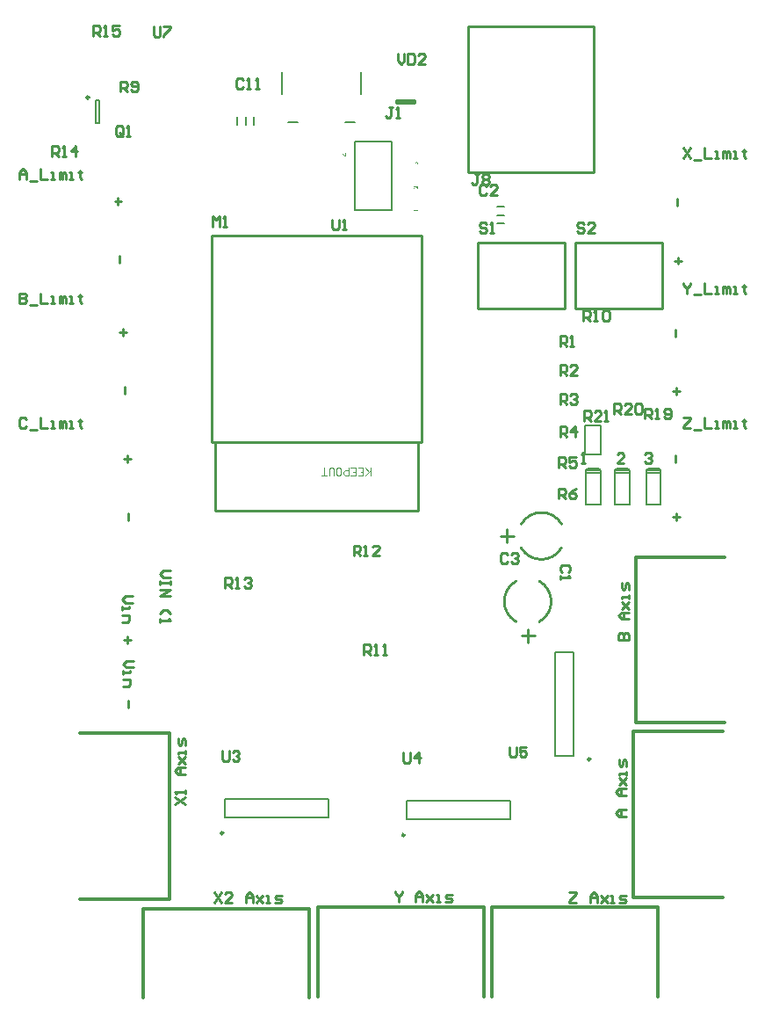
<source format=gto>
G04*
G04 #@! TF.GenerationSoftware,Altium Limited,CircuitMaker,2.0.3 (51)*
G04*
G04 Layer_Color=15132400*
%FSLAX24Y24*%
%MOIN*%
G70*
G04*
G04 #@! TF.SameCoordinates,3954AB4D-5D0B-4665-A105-1F8CE3EC6163*
G04*
G04*
G04 #@! TF.FilePolarity,Positive*
G04*
G01*
G75*
%ADD10C,0.0098*%
%ADD11C,0.0100*%
%ADD12C,0.0118*%
%ADD13C,0.0079*%
%ADD14C,0.0050*%
%ADD15C,0.0080*%
%ADD16C,0.0039*%
G36*
X25313Y43950D02*
X25315Y43950D01*
X25318Y43950D01*
X25320Y43949D01*
X25323Y43949D01*
X25329Y43947D01*
X25332Y43945D01*
X25335Y43944D01*
X25339Y43942D01*
X25342Y43939D01*
X25345Y43937D01*
X25348Y43934D01*
X25349Y43933D01*
X25349Y43933D01*
X25350Y43932D01*
X25351Y43931D01*
X25352Y43929D01*
X25354Y43927D01*
X25355Y43925D01*
X25356Y43922D01*
X25358Y43919D01*
X25359Y43916D01*
X25361Y43912D01*
X25362Y43909D01*
X25363Y43905D01*
X25364Y43900D01*
X25364Y43896D01*
X25364Y43891D01*
Y43889D01*
X25364Y43887D01*
X25364Y43885D01*
X25364Y43883D01*
X25363Y43880D01*
X25363Y43878D01*
X25361Y43871D01*
X25359Y43865D01*
X25357Y43862D01*
X25355Y43859D01*
X25353Y43856D01*
X25351Y43853D01*
X25350Y43852D01*
X25350Y43852D01*
X25349Y43851D01*
X25348Y43850D01*
X25347Y43849D01*
X25345Y43848D01*
X25343Y43846D01*
X25341Y43845D01*
X25338Y43843D01*
X25336Y43842D01*
X25330Y43839D01*
X25323Y43836D01*
X25319Y43836D01*
X25315Y43835D01*
X25312Y43857D01*
X25312D01*
X25313Y43857D01*
X25314Y43857D01*
X25315Y43858D01*
X25317Y43858D01*
X25318Y43858D01*
X25322Y43860D01*
X25327Y43861D01*
X25331Y43864D01*
X25335Y43866D01*
X25339Y43869D01*
X25339Y43870D01*
X25340Y43871D01*
X25341Y43873D01*
X25343Y43875D01*
X25344Y43879D01*
X25345Y43882D01*
X25346Y43887D01*
X25347Y43891D01*
Y43893D01*
X25346Y43894D01*
X25346Y43897D01*
X25345Y43900D01*
X25344Y43904D01*
X25342Y43909D01*
X25340Y43913D01*
X25336Y43917D01*
X25336Y43918D01*
X25334Y43919D01*
X25332Y43920D01*
X25329Y43922D01*
X25325Y43924D01*
X25321Y43926D01*
X25316Y43927D01*
X25310Y43928D01*
X25310D01*
X25309D01*
X25308D01*
X25307Y43928D01*
X25305Y43927D01*
X25301Y43926D01*
X25297Y43925D01*
X25293Y43924D01*
X25289Y43921D01*
X25285Y43918D01*
X25285Y43917D01*
X25284Y43916D01*
X25282Y43914D01*
X25280Y43911D01*
X25279Y43908D01*
X25277Y43903D01*
X25276Y43898D01*
X25275Y43893D01*
Y43891D01*
X25276Y43889D01*
X25276Y43887D01*
X25277Y43884D01*
X25277Y43881D01*
X25278Y43878D01*
X25259Y43880D01*
Y43882D01*
X25259Y43883D01*
Y43886D01*
X25258Y43889D01*
X25258Y43892D01*
X25257Y43896D01*
X25256Y43900D01*
X25254Y43904D01*
X25252Y43909D01*
Y43909D01*
X25252Y43909D01*
X25250Y43910D01*
X25249Y43912D01*
X25246Y43914D01*
X25243Y43916D01*
X25239Y43918D01*
X25235Y43919D01*
X25232Y43920D01*
X25230D01*
X25229D01*
X25229D01*
X25228D01*
X25226Y43919D01*
X25223Y43919D01*
X25220Y43918D01*
X25216Y43917D01*
X25213Y43914D01*
X25210Y43912D01*
X25210Y43911D01*
X25209Y43910D01*
X25207Y43908D01*
X25206Y43906D01*
X25205Y43903D01*
X25203Y43899D01*
X25202Y43895D01*
X25202Y43891D01*
Y43889D01*
X25203Y43886D01*
X25203Y43883D01*
X25204Y43880D01*
X25205Y43877D01*
X25207Y43873D01*
X25210Y43870D01*
X25210Y43870D01*
X25211Y43869D01*
X25213Y43867D01*
X25216Y43865D01*
X25219Y43864D01*
X25223Y43862D01*
X25228Y43860D01*
X25234Y43859D01*
X25230Y43837D01*
X25230D01*
X25229Y43838D01*
X25228Y43838D01*
X25226Y43838D01*
X25224Y43839D01*
X25222Y43840D01*
X25218Y43841D01*
X25212Y43844D01*
X25206Y43847D01*
X25201Y43850D01*
X25196Y43855D01*
X25196Y43856D01*
X25196Y43856D01*
X25195Y43857D01*
X25194Y43858D01*
X25193Y43859D01*
X25192Y43861D01*
X25191Y43863D01*
X25190Y43865D01*
X25188Y43870D01*
X25186Y43876D01*
X25185Y43883D01*
X25184Y43886D01*
Y43893D01*
X25184Y43896D01*
X25185Y43899D01*
X25186Y43903D01*
X25187Y43908D01*
X25189Y43912D01*
X25191Y43917D01*
Y43917D01*
X25191Y43917D01*
X25192Y43919D01*
X25193Y43921D01*
X25195Y43924D01*
X25197Y43927D01*
X25200Y43930D01*
X25204Y43933D01*
X25207Y43935D01*
X25208Y43936D01*
X25209Y43936D01*
X25211Y43937D01*
X25214Y43939D01*
X25218Y43940D01*
X25221Y43941D01*
X25226Y43942D01*
X25230Y43942D01*
X25231D01*
X25232D01*
X25234Y43942D01*
X25237Y43941D01*
X25240Y43941D01*
X25244Y43939D01*
X25247Y43938D01*
X25251Y43936D01*
X25252Y43935D01*
X25253Y43935D01*
X25254Y43933D01*
X25256Y43931D01*
X25259Y43929D01*
X25261Y43925D01*
X25264Y43922D01*
X25266Y43918D01*
Y43918D01*
X25266Y43918D01*
X25266Y43919D01*
X25267Y43920D01*
X25268Y43923D01*
X25269Y43926D01*
X25271Y43931D01*
X25274Y43935D01*
X25277Y43938D01*
X25281Y43942D01*
X25281Y43942D01*
X25283Y43943D01*
X25285Y43945D01*
X25289Y43946D01*
X25293Y43948D01*
X25298Y43949D01*
X25303Y43950D01*
X25309Y43951D01*
X25310D01*
X25310D01*
X25312D01*
X25313Y43950D01*
D02*
G37*
G36*
X22619Y44274D02*
X22661D01*
Y44252D01*
X22619D01*
Y44175D01*
X22599D01*
X22485Y44256D01*
Y44274D01*
X22599D01*
Y44298D01*
X22619D01*
Y44274D01*
D02*
G37*
G36*
X25361Y42109D02*
X25223D01*
X25224Y42109D01*
X25225Y42108D01*
X25226Y42106D01*
X25228Y42104D01*
X25230Y42101D01*
X25233Y42097D01*
X25236Y42093D01*
X25239Y42089D01*
Y42088D01*
X25239Y42088D01*
X25240Y42087D01*
X25241Y42084D01*
X25243Y42081D01*
X25244Y42077D01*
X25246Y42074D01*
X25248Y42070D01*
X25249Y42066D01*
X25229D01*
Y42066D01*
X25228Y42067D01*
X25228Y42068D01*
X25227Y42069D01*
X25226Y42070D01*
X25225Y42072D01*
X25223Y42077D01*
X25220Y42082D01*
X25216Y42087D01*
X25212Y42092D01*
X25208Y42098D01*
X25208Y42098D01*
X25207Y42098D01*
X25207Y42099D01*
X25206Y42100D01*
X25203Y42102D01*
X25200Y42105D01*
X25197Y42108D01*
X25193Y42112D01*
X25189Y42114D01*
X25184Y42117D01*
Y42131D01*
X25361D01*
Y42109D01*
D02*
G37*
G36*
X25365Y42917D02*
X25365D01*
X25364D01*
X25362D01*
X25360Y42918D01*
X25358Y42918D01*
X25355Y42918D01*
X25353Y42919D01*
X25350Y42920D01*
X25350D01*
X25350Y42920D01*
X25348Y42921D01*
X25346Y42922D01*
X25343Y42923D01*
X25339Y42925D01*
X25335Y42928D01*
X25331Y42931D01*
X25327Y42934D01*
X25326D01*
X25326Y42935D01*
X25325Y42936D01*
X25322Y42938D01*
X25319Y42942D01*
X25315Y42945D01*
X25311Y42950D01*
X25305Y42956D01*
X25300Y42962D01*
X25300Y42963D01*
X25299Y42964D01*
X25298Y42965D01*
X25296Y42967D01*
X25294Y42969D01*
X25292Y42972D01*
X25289Y42975D01*
X25287Y42978D01*
X25280Y42985D01*
X25274Y42991D01*
X25271Y42994D01*
X25268Y42997D01*
X25265Y42999D01*
X25263Y43001D01*
X25262D01*
X25262Y43002D01*
X25261Y43003D01*
X25260Y43003D01*
X25258Y43005D01*
X25254Y43007D01*
X25250Y43009D01*
X25246Y43010D01*
X25241Y43011D01*
X25236Y43012D01*
X25236D01*
X25236D01*
X25234Y43012D01*
X25232Y43011D01*
X25229Y43011D01*
X25225Y43010D01*
X25222Y43008D01*
X25218Y43006D01*
X25215Y43003D01*
X25214Y43002D01*
X25213Y43001D01*
X25212Y42999D01*
X25210Y42996D01*
X25209Y42993D01*
X25207Y42988D01*
X25206Y42984D01*
X25206Y42978D01*
Y42977D01*
X25206Y42976D01*
X25206Y42973D01*
X25207Y42969D01*
X25208Y42965D01*
X25210Y42961D01*
X25212Y42957D01*
X25215Y42953D01*
X25216Y42953D01*
X25217Y42952D01*
X25219Y42950D01*
X25222Y42948D01*
X25226Y42947D01*
X25230Y42945D01*
X25235Y42944D01*
X25241Y42944D01*
X25239Y42921D01*
X25239D01*
X25238Y42922D01*
X25237D01*
X25235Y42922D01*
X25233Y42922D01*
X25230Y42923D01*
X25228Y42924D01*
X25225Y42924D01*
X25219Y42927D01*
X25213Y42930D01*
X25210Y42931D01*
X25207Y42934D01*
X25204Y42936D01*
X25201Y42939D01*
X25201Y42939D01*
X25201Y42939D01*
X25200Y42940D01*
X25199Y42941D01*
X25198Y42943D01*
X25197Y42945D01*
X25196Y42947D01*
X25195Y42949D01*
X25193Y42952D01*
X25192Y42955D01*
X25191Y42958D01*
X25190Y42962D01*
X25189Y42966D01*
X25188Y42970D01*
X25188Y42974D01*
X25188Y42979D01*
Y42981D01*
X25188Y42983D01*
X25188Y42985D01*
X25189Y42988D01*
X25189Y42991D01*
X25190Y42993D01*
X25191Y43000D01*
X25194Y43007D01*
X25196Y43010D01*
X25197Y43013D01*
X25200Y43016D01*
X25202Y43019D01*
X25202Y43019D01*
X25203Y43020D01*
X25204Y43020D01*
X25205Y43021D01*
X25206Y43023D01*
X25208Y43024D01*
X25210Y43025D01*
X25212Y43027D01*
X25217Y43029D01*
X25223Y43032D01*
X25226Y43033D01*
X25229Y43033D01*
X25233Y43034D01*
X25237Y43034D01*
X25237D01*
X25239D01*
X25241Y43034D01*
X25243Y43034D01*
X25247Y43033D01*
X25250Y43032D01*
X25254Y43031D01*
X25258Y43030D01*
X25258Y43029D01*
X25260Y43029D01*
X25262Y43028D01*
X25264Y43026D01*
X25267Y43024D01*
X25271Y43022D01*
X25275Y43019D01*
X25279Y43015D01*
X25280Y43014D01*
X25281Y43013D01*
X25283Y43012D01*
X25284Y43011D01*
X25286Y43009D01*
X25288Y43007D01*
X25290Y43005D01*
X25292Y43003D01*
X25294Y43000D01*
X25297Y42997D01*
X25300Y42994D01*
X25303Y42990D01*
X25307Y42986D01*
X25310Y42982D01*
X25311Y42982D01*
X25311Y42981D01*
X25312Y42980D01*
X25313Y42979D01*
X25314Y42977D01*
X25316Y42975D01*
X25319Y42971D01*
X25323Y42967D01*
X25327Y42963D01*
X25330Y42959D01*
X25331Y42958D01*
X25333Y42957D01*
X25333Y42956D01*
X25334Y42956D01*
X25335Y42955D01*
X25336Y42953D01*
X25338Y42952D01*
X25340Y42950D01*
X25344Y42947D01*
Y43034D01*
X25365D01*
Y42917D01*
D02*
G37*
%LPC*%
G36*
X22599Y44252D02*
X22520D01*
X22599Y44196D01*
Y44252D01*
D02*
G37*
%LPD*%
D10*
X31900Y21301D02*
G03*
X31900Y21301I-49J0D01*
G01*
X24854Y18425D02*
G03*
X24854Y18425I-49J0D01*
G01*
X17965Y18504D02*
G03*
X17965Y18504I-49J0D01*
G01*
X12876Y46398D02*
G03*
X12876Y46398I-49J0D01*
G01*
D11*
X29970Y26516D02*
G03*
X29970Y28051I-443J767D01*
G01*
X29077Y28053D02*
G03*
X29077Y26519I443J-767D01*
G01*
X29272Y29321D02*
G03*
X30807Y29321I767J443D01*
G01*
X30809Y30215D02*
G03*
X29275Y30215I-767J-443D01*
G01*
X24532Y46196D02*
Y46296D01*
X25232D01*
Y46196D02*
Y46296D01*
X24532Y46196D02*
X25232D01*
X34642Y38403D02*
Y40896D01*
X31342Y38403D02*
Y40896D01*
Y38403D02*
X34642D01*
X31342Y40896D02*
X34642D01*
X30941Y38403D02*
Y40896D01*
X27641Y38403D02*
Y40896D01*
Y38403D02*
X30941D01*
X27641Y40896D02*
X30941D01*
X17669Y30733D02*
X23771D01*
X17669D02*
Y33332D01*
X23771Y30733D02*
X25356D01*
X17519Y41156D02*
X25506D01*
X17519Y33322D02*
Y41156D01*
X25506Y33322D02*
Y41156D01*
X17669Y33332D02*
X25356D01*
Y30733D02*
Y33332D01*
X25366Y33322D02*
X25506D01*
X17519D02*
X17659D01*
X27264Y43557D02*
Y49089D01*
X32024Y43557D02*
Y49089D01*
X27264Y43557D02*
X32024D01*
X27264Y49089D02*
X32024D01*
X29278Y25983D02*
X29778D01*
X29528Y25733D02*
Y26233D01*
X28739Y29514D02*
Y30014D01*
X28489Y29764D02*
X28989D01*
X14527Y27480D02*
X14265D01*
X14134Y27349D01*
X14265Y27218D01*
X14527D01*
X14134Y27087D02*
Y26956D01*
Y27021D01*
X14396D01*
Y27087D01*
X14134Y26759D02*
X14396D01*
Y26562D01*
X14331Y26496D01*
X14134D01*
X14331Y25972D02*
Y25709D01*
X14462Y25840D02*
X14199D01*
X14567Y25039D02*
X14304D01*
X14173Y24908D01*
X14304Y24777D01*
X14567D01*
X14173Y24646D02*
Y24515D01*
Y24580D01*
X14436D01*
Y24646D01*
X14173Y24318D02*
X14436D01*
Y24121D01*
X14370Y24055D01*
X14173D01*
X14370Y23531D02*
Y23268D01*
Y30630D02*
Y30368D01*
X14331Y32835D02*
Y32572D01*
X14462Y32703D02*
X14199D01*
X14173Y37638D02*
Y37375D01*
X14304Y37507D02*
X14042D01*
X14213Y35433D02*
Y35171D01*
X13976Y42598D02*
Y42336D01*
X14108Y42467D02*
X13845D01*
X14016Y40394D02*
Y40131D01*
X35236Y40079D02*
Y40341D01*
X35105Y40210D02*
X35367D01*
X35197Y42283D02*
Y42546D01*
X35158Y35118D02*
Y35380D01*
X35026Y35249D02*
X35289D01*
X35118Y37323D02*
Y37585D01*
X35158Y30354D02*
Y30617D01*
X35026Y30486D02*
X35289D01*
X35118Y32559D02*
Y32821D01*
X23300Y25270D02*
Y25664D01*
X23497D01*
X23562Y25598D01*
Y25467D01*
X23497Y25401D01*
X23300D01*
X23431D02*
X23562Y25270D01*
X23694D02*
X23825D01*
X23759D01*
Y25664D01*
X23694Y25598D01*
X24022Y25270D02*
X24153D01*
X24087D01*
Y25664D01*
X24022Y25598D01*
X18722Y47058D02*
X18657Y47124D01*
X18526D01*
X18460Y47058D01*
Y46796D01*
X18526Y46730D01*
X18657D01*
X18722Y46796D01*
X18854Y46730D02*
X18985D01*
X18919D01*
Y47124D01*
X18854Y47058D01*
X19182Y46730D02*
X19313D01*
X19247D01*
Y47124D01*
X19182Y47058D01*
X31654Y34134D02*
Y34527D01*
X31850D01*
X31916Y34462D01*
Y34331D01*
X31850Y34265D01*
X31654D01*
X31785D02*
X31916Y34134D01*
X32310D02*
X32047D01*
X32310Y34396D01*
Y34462D01*
X32244Y34527D01*
X32113D01*
X32047Y34462D01*
X32441Y34134D02*
X32572D01*
X32506D01*
Y34527D01*
X32441Y34462D01*
X32795Y34409D02*
Y34803D01*
X32992D01*
X33058Y34737D01*
Y34606D01*
X32992Y34541D01*
X32795D01*
X32926D02*
X33058Y34409D01*
X33451D02*
X33189D01*
X33451Y34672D01*
Y34737D01*
X33386Y34803D01*
X33254D01*
X33189Y34737D01*
X33582D02*
X33648Y34803D01*
X33779D01*
X33845Y34737D01*
Y34475D01*
X33779Y34409D01*
X33648D01*
X33582Y34475D01*
Y34737D01*
X33976Y34213D02*
Y34606D01*
X34173D01*
X34239Y34541D01*
Y34409D01*
X34173Y34344D01*
X33976D01*
X34108D02*
X34239Y34213D01*
X34370D02*
X34501D01*
X34436D01*
Y34606D01*
X34370Y34541D01*
X34698Y34278D02*
X34764Y34213D01*
X34895D01*
X34960Y34278D01*
Y34541D01*
X34895Y34606D01*
X34764D01*
X34698Y34541D01*
Y34475D01*
X34764Y34409D01*
X34960D01*
X33976Y32848D02*
X34042Y32913D01*
X34173D01*
X34239Y32848D01*
Y32782D01*
X34173Y32716D01*
X34108D01*
X34173D01*
X34239Y32651D01*
Y32585D01*
X34173Y32520D01*
X34042D01*
X33976Y32585D01*
X33176Y32520D02*
X32913D01*
X33176Y32782D01*
Y32848D01*
X33110Y32913D01*
X32979D01*
X32913Y32848D01*
X31575Y32520D02*
X31706D01*
X31640D01*
Y32913D01*
X31575Y32848D01*
X15315Y49094D02*
Y48766D01*
X15381Y48701D01*
X15512D01*
X15577Y48766D01*
Y49094D01*
X15709D02*
X15971D01*
Y49029D01*
X15709Y48766D01*
Y48701D01*
X24580Y48054D02*
Y47791D01*
X24711Y47660D01*
X24842Y47791D01*
Y48054D01*
X24974D02*
Y47660D01*
X25170D01*
X25236Y47726D01*
Y47988D01*
X25170Y48054D01*
X24974D01*
X25630Y47660D02*
X25367D01*
X25630Y47922D01*
Y47988D01*
X25564Y48054D01*
X25433D01*
X25367Y47988D01*
X28819Y21772D02*
Y21444D01*
X28884Y21378D01*
X29016D01*
X29081Y21444D01*
Y21772D01*
X29475D02*
X29212D01*
Y21575D01*
X29344Y21640D01*
X29409D01*
X29475Y21575D01*
Y21444D01*
X29409Y21378D01*
X29278D01*
X29212Y21444D01*
X24810Y21564D02*
Y21236D01*
X24876Y21170D01*
X25007D01*
X25072Y21236D01*
Y21564D01*
X25400Y21170D02*
Y21564D01*
X25204Y21367D01*
X25466D01*
X17920Y21634D02*
Y21306D01*
X17986Y21240D01*
X18117D01*
X18182Y21306D01*
Y21634D01*
X18314Y21568D02*
X18379Y21634D01*
X18510D01*
X18576Y21568D01*
Y21502D01*
X18510Y21437D01*
X18445D01*
X18510D01*
X18576Y21371D01*
Y21306D01*
X18510Y21240D01*
X18379D01*
X18314Y21306D01*
X22087Y41772D02*
Y41444D01*
X22152Y41378D01*
X22283D01*
X22349Y41444D01*
Y41772D01*
X22480Y41378D02*
X22611D01*
X22546D01*
Y41772D01*
X22480Y41706D01*
X31652Y41578D02*
X31587Y41644D01*
X31456D01*
X31390Y41578D01*
Y41512D01*
X31456Y41447D01*
X31587D01*
X31652Y41381D01*
Y41316D01*
X31587Y41250D01*
X31456D01*
X31390Y41316D01*
X32046Y41250D02*
X31784D01*
X32046Y41512D01*
Y41578D01*
X31980Y41644D01*
X31849D01*
X31784Y41578D01*
X27952D02*
X27887Y41644D01*
X27756D01*
X27690Y41578D01*
Y41512D01*
X27756Y41447D01*
X27887D01*
X27952Y41381D01*
Y41316D01*
X27887Y41250D01*
X27756D01*
X27690Y41316D01*
X28084Y41250D02*
X28215D01*
X28149D01*
Y41644D01*
X28084Y41578D01*
X22913Y29016D02*
Y29409D01*
X23110D01*
X23176Y29344D01*
Y29213D01*
X23110Y29147D01*
X22913D01*
X23045D02*
X23176Y29016D01*
X23307D02*
X23438D01*
X23373D01*
Y29409D01*
X23307Y29344D01*
X23897Y29016D02*
X23635D01*
X23897Y29278D01*
Y29344D01*
X23832Y29409D01*
X23701D01*
X23635Y29344D01*
X31630Y37930D02*
Y38324D01*
X31827D01*
X31892Y38258D01*
Y38127D01*
X31827Y38061D01*
X31630D01*
X31761D02*
X31892Y37930D01*
X32024D02*
X32155D01*
X32089D01*
Y38324D01*
X32024Y38258D01*
X32352D02*
X32417Y38324D01*
X32548D01*
X32614Y38258D01*
Y37996D01*
X32548Y37930D01*
X32417D01*
X32352Y37996D01*
Y38258D01*
X30709Y31181D02*
Y31575D01*
X30905D01*
X30971Y31509D01*
Y31378D01*
X30905Y31312D01*
X30709D01*
X30840D02*
X30971Y31181D01*
X31365Y31575D02*
X31233Y31509D01*
X31102Y31378D01*
Y31247D01*
X31168Y31181D01*
X31299D01*
X31365Y31247D01*
Y31312D01*
X31299Y31378D01*
X31102D01*
X30709Y32362D02*
Y32756D01*
X30905D01*
X30971Y32690D01*
Y32559D01*
X30905Y32493D01*
X30709D01*
X30840D02*
X30971Y32362D01*
X31365Y32756D02*
X31102D01*
Y32559D01*
X31233Y32625D01*
X31299D01*
X31365Y32559D01*
Y32428D01*
X31299Y32362D01*
X31168D01*
X31102Y32428D01*
X30748Y33543D02*
Y33937D01*
X30945D01*
X31010Y33871D01*
Y33740D01*
X30945Y33674D01*
X30748D01*
X30879D02*
X31010Y33543D01*
X31338D02*
Y33937D01*
X31142Y33740D01*
X31404D01*
X30748Y34764D02*
Y35157D01*
X30945D01*
X31010Y35092D01*
Y34961D01*
X30945Y34895D01*
X30748D01*
X30879D02*
X31010Y34764D01*
X31142Y35092D02*
X31207Y35157D01*
X31338D01*
X31404Y35092D01*
Y35026D01*
X31338Y34961D01*
X31273D01*
X31338D01*
X31404Y34895D01*
Y34829D01*
X31338Y34764D01*
X31207D01*
X31142Y34829D01*
X30748Y35866D02*
Y36260D01*
X30945D01*
X31010Y36194D01*
Y36063D01*
X30945Y35997D01*
X30748D01*
X30879D02*
X31010Y35866D01*
X31404D02*
X31142D01*
X31404Y36129D01*
Y36194D01*
X31338Y36260D01*
X31207D01*
X31142Y36194D01*
X30748Y36969D02*
Y37362D01*
X30945D01*
X31010Y37296D01*
Y37165D01*
X30945Y37100D01*
X30748D01*
X30879D02*
X31010Y36969D01*
X31142D02*
X31273D01*
X31207D01*
Y37362D01*
X31142Y37296D01*
X17570Y41510D02*
Y41904D01*
X17701Y41772D01*
X17832Y41904D01*
Y41510D01*
X17964D02*
X18095D01*
X18029D01*
Y41904D01*
X17964Y41838D01*
X24396Y46024D02*
X24265D01*
X24331D01*
Y45696D01*
X24265Y45630D01*
X24199D01*
X24134Y45696D01*
X24527Y45630D02*
X24659D01*
X24593D01*
Y46024D01*
X24527Y45958D01*
X27664Y43504D02*
X27533D01*
X27598D01*
Y43176D01*
X27533Y43110D01*
X27467D01*
X27402Y43176D01*
X27795Y43438D02*
X27861Y43504D01*
X27992D01*
X28058Y43438D01*
Y43373D01*
X27992Y43307D01*
X28058Y43241D01*
Y43176D01*
X27992Y43110D01*
X27861D01*
X27795Y43176D01*
Y43241D01*
X27861Y43307D01*
X27795Y43373D01*
Y43438D01*
X27861Y43307D02*
X27992D01*
X10499Y34186D02*
X10433Y34252D01*
X10302D01*
X10236Y34186D01*
Y33924D01*
X10302Y33858D01*
X10433D01*
X10499Y33924D01*
X10630Y33793D02*
X10892D01*
X11023Y34252D02*
Y33858D01*
X11286D01*
X11417D02*
X11548D01*
X11483D01*
Y34121D01*
X11417D01*
X11745Y33858D02*
Y34121D01*
X11811D01*
X11876Y34055D01*
Y33858D01*
Y34055D01*
X11942Y34121D01*
X12007Y34055D01*
Y33858D01*
X12138D02*
X12270D01*
X12204D01*
Y34121D01*
X12138D01*
X12532Y34186D02*
Y34121D01*
X12466D01*
X12598D01*
X12532D01*
Y33924D01*
X12598Y33858D01*
X10236Y38976D02*
Y38583D01*
X10433D01*
X10499Y38648D01*
Y38714D01*
X10433Y38779D01*
X10236D01*
X10433D01*
X10499Y38845D01*
Y38911D01*
X10433Y38976D01*
X10236D01*
X10630Y38517D02*
X10892D01*
X11023Y38976D02*
Y38583D01*
X11286D01*
X11417D02*
X11548D01*
X11483D01*
Y38845D01*
X11417D01*
X11745Y38583D02*
Y38845D01*
X11811D01*
X11876Y38779D01*
Y38583D01*
Y38779D01*
X11942Y38845D01*
X12007Y38779D01*
Y38583D01*
X12138D02*
X12270D01*
X12204D01*
Y38845D01*
X12138D01*
X12532Y38911D02*
Y38845D01*
X12466D01*
X12598D01*
X12532D01*
Y38648D01*
X12598Y38583D01*
X10236Y43307D02*
Y43569D01*
X10367Y43701D01*
X10499Y43569D01*
Y43307D01*
Y43504D01*
X10236D01*
X10630Y43241D02*
X10892D01*
X11023Y43701D02*
Y43307D01*
X11286D01*
X11417D02*
X11548D01*
X11483D01*
Y43569D01*
X11417D01*
X11745Y43307D02*
Y43569D01*
X11811D01*
X11876Y43504D01*
Y43307D01*
Y43504D01*
X11942Y43569D01*
X12007Y43504D01*
Y43307D01*
X12138D02*
X12270D01*
X12204D01*
Y43569D01*
X12138D01*
X12532Y43635D02*
Y43569D01*
X12466D01*
X12598D01*
X12532D01*
Y43373D01*
X12598Y43307D01*
X35433Y34252D02*
X35695D01*
Y34186D01*
X35433Y33924D01*
Y33858D01*
X35695D01*
X35827Y33793D02*
X36089D01*
X36220Y34252D02*
Y33858D01*
X36483D01*
X36614D02*
X36745D01*
X36679D01*
Y34121D01*
X36614D01*
X36942Y33858D02*
Y34121D01*
X37007D01*
X37073Y34055D01*
Y33858D01*
Y34055D01*
X37139Y34121D01*
X37204Y34055D01*
Y33858D01*
X37335D02*
X37467D01*
X37401D01*
Y34121D01*
X37335D01*
X37729Y34186D02*
Y34121D01*
X37663D01*
X37795D01*
X37729D01*
Y33924D01*
X37795Y33858D01*
X35433Y39370D02*
Y39304D01*
X35564Y39173D01*
X35695Y39304D01*
Y39370D01*
X35564Y39173D02*
Y38976D01*
X35827Y38911D02*
X36089D01*
X36220Y39370D02*
Y38976D01*
X36483D01*
X36614D02*
X36745D01*
X36679D01*
Y39239D01*
X36614D01*
X36942Y38976D02*
Y39239D01*
X37007D01*
X37073Y39173D01*
Y38976D01*
Y39173D01*
X37139Y39239D01*
X37204Y39173D01*
Y38976D01*
X37335D02*
X37467D01*
X37401D01*
Y39239D01*
X37335D01*
X37729Y39304D02*
Y39239D01*
X37663D01*
X37795D01*
X37729D01*
Y39042D01*
X37795Y38976D01*
X35433Y44488D02*
X35695Y44094D01*
Y44488D02*
X35433Y44094D01*
X35827Y44029D02*
X36089D01*
X36220Y44488D02*
Y44094D01*
X36483D01*
X36614D02*
X36745D01*
X36679D01*
Y44357D01*
X36614D01*
X36942Y44094D02*
Y44357D01*
X37007D01*
X37073Y44291D01*
Y44094D01*
Y44291D01*
X37139Y44357D01*
X37204Y44291D01*
Y44094D01*
X37335D02*
X37467D01*
X37401D01*
Y44357D01*
X37335D01*
X37729Y44422D02*
Y44357D01*
X37663D01*
X37795D01*
X37729D01*
Y44160D01*
X37795Y44094D01*
X32953Y25827D02*
X33346D01*
Y26024D01*
X33281Y26089D01*
X33215D01*
X33150Y26024D01*
Y25827D01*
Y26024D01*
X33084Y26089D01*
X33018D01*
X32953Y26024D01*
Y25827D01*
X33346Y26614D02*
X33084D01*
X32953Y26745D01*
X33084Y26876D01*
X33346D01*
X33150D01*
Y26614D01*
X33084Y27007D02*
X33346Y27270D01*
X33215Y27139D01*
X33084Y27270D01*
X33346Y27007D01*
Y27401D02*
Y27532D01*
Y27467D01*
X33084D01*
Y27401D01*
X33346Y27729D02*
Y27926D01*
X33281Y27991D01*
X33215Y27926D01*
Y27795D01*
X33150Y27729D01*
X33084Y27795D01*
Y27991D01*
X33268Y19134D02*
X33005D01*
X32874Y19265D01*
X33005Y19396D01*
X33268D01*
X33071D01*
Y19134D01*
X33268Y19921D02*
X33005D01*
X32874Y20052D01*
X33005Y20183D01*
X33268D01*
X33071D01*
Y19921D01*
X33005Y20315D02*
X33268Y20577D01*
X33137Y20446D01*
X33005Y20577D01*
X33268Y20315D01*
Y20708D02*
Y20839D01*
Y20774D01*
X33005D01*
Y20708D01*
X33268Y21036D02*
Y21233D01*
X33202Y21299D01*
X33137Y21233D01*
Y21102D01*
X33071Y21036D01*
X33005Y21102D01*
Y21299D01*
X31102Y16260D02*
X31365D01*
Y16194D01*
X31102Y15932D01*
Y15866D01*
X31365D01*
X31890D02*
Y16129D01*
X32021Y16260D01*
X32152Y16129D01*
Y15866D01*
Y16063D01*
X31890D01*
X32283Y16129D02*
X32545Y15866D01*
X32414Y15997D01*
X32545Y16129D01*
X32283Y15866D01*
X32677D02*
X32808D01*
X32742D01*
Y16129D01*
X32677D01*
X33005Y15866D02*
X33201D01*
X33267Y15932D01*
X33201Y15997D01*
X33070D01*
X33005Y16063D01*
X33070Y16129D01*
X33267D01*
X24488Y16299D02*
Y16233D01*
X24619Y16102D01*
X24751Y16233D01*
Y16299D01*
X24619Y16102D02*
Y15906D01*
X25275D02*
Y16168D01*
X25407Y16299D01*
X25538Y16168D01*
Y15906D01*
Y16102D01*
X25275D01*
X25669Y16168D02*
X25931Y15906D01*
X25800Y16037D01*
X25931Y16168D01*
X25669Y15906D01*
X26062D02*
X26194D01*
X26128D01*
Y16168D01*
X26062D01*
X26390Y15906D02*
X26587D01*
X26653Y15971D01*
X26587Y16037D01*
X26456D01*
X26390Y16102D01*
X26456Y16168D01*
X26653D01*
X17638Y16260D02*
X17900Y15866D01*
Y16260D02*
X17638Y15866D01*
X18294D02*
X18031D01*
X18294Y16129D01*
Y16194D01*
X18228Y16260D01*
X18097D01*
X18031Y16194D01*
X18819Y15866D02*
Y16129D01*
X18950Y16260D01*
X19081Y16129D01*
Y15866D01*
Y16063D01*
X18819D01*
X19212Y16129D02*
X19474Y15866D01*
X19343Y15997D01*
X19474Y16129D01*
X19212Y15866D01*
X19606D02*
X19737D01*
X19671D01*
Y16129D01*
X19606D01*
X19934Y15866D02*
X20130D01*
X20196Y15932D01*
X20130Y15997D01*
X19999D01*
X19934Y16063D01*
X19999Y16129D01*
X20196D01*
X16142Y19606D02*
X16535Y19869D01*
X16142D02*
X16535Y19606D01*
Y20000D02*
Y20131D01*
Y20065D01*
X16142D01*
X16207Y20000D01*
X16535Y20721D02*
X16273D01*
X16142Y20853D01*
X16273Y20984D01*
X16535D01*
X16339D01*
Y20721D01*
X16273Y21115D02*
X16535Y21377D01*
X16404Y21246D01*
X16273Y21377D01*
X16535Y21115D01*
Y21509D02*
Y21640D01*
Y21574D01*
X16273D01*
Y21509D01*
X16535Y21837D02*
Y22033D01*
X16470Y22099D01*
X16404Y22033D01*
Y21902D01*
X16339Y21837D01*
X16273Y21902D01*
Y22099D01*
X27952Y43018D02*
X27887Y43084D01*
X27756D01*
X27690Y43018D01*
Y42756D01*
X27756Y42690D01*
X27887D01*
X27952Y42756D01*
X28346Y42690D02*
X28084D01*
X28346Y42952D01*
Y43018D01*
X28280Y43084D01*
X28149D01*
X28084Y43018D01*
X28752Y29048D02*
X28687Y29114D01*
X28556D01*
X28490Y29048D01*
Y28786D01*
X28556Y28720D01*
X28687D01*
X28752Y28786D01*
X28884Y29048D02*
X28949Y29114D01*
X29080D01*
X29146Y29048D01*
Y28982D01*
X29080Y28917D01*
X29015D01*
X29080D01*
X29146Y28851D01*
Y28786D01*
X29080Y28720D01*
X28949D01*
X28884Y28786D01*
X31076Y28399D02*
X31142Y28465D01*
Y28596D01*
X31076Y28661D01*
X30814D01*
X30748Y28596D01*
Y28465D01*
X30814Y28399D01*
X30748Y28268D02*
Y28137D01*
Y28202D01*
X31142D01*
X31076Y28268D01*
X15945Y28465D02*
X15682D01*
X15551Y28333D01*
X15682Y28202D01*
X15945D01*
Y28071D02*
Y27940D01*
Y28005D01*
X15551D01*
Y28071D01*
Y27940D01*
Y27743D02*
X15945D01*
X15551Y27481D01*
X15945D01*
X15551Y26825D02*
X15682Y26956D01*
X15814D01*
X15945Y26825D01*
X15551Y26628D02*
Y26497D01*
Y26562D01*
X15945D01*
X15879Y26628D01*
X14160Y44987D02*
Y45249D01*
X14094Y45315D01*
X13963D01*
X13898Y45249D01*
Y44987D01*
X13963Y44921D01*
X14094D01*
X14029Y45052D02*
X14160Y44921D01*
X14094D02*
X14160Y44987D01*
X14291Y44921D02*
X14422D01*
X14357D01*
Y45315D01*
X14291Y45249D01*
X14055Y46614D02*
Y47008D01*
X14252D01*
X14318Y46942D01*
Y46811D01*
X14252Y46745D01*
X14055D01*
X14186D02*
X14318Y46614D01*
X14449Y46680D02*
X14514Y46614D01*
X14645D01*
X14711Y46680D01*
Y46942D01*
X14645Y47008D01*
X14514D01*
X14449Y46942D01*
Y46877D01*
X14514Y46811D01*
X14711D01*
X18032Y27795D02*
Y28189D01*
X18228D01*
X18294Y28123D01*
Y27992D01*
X18228Y27926D01*
X18032D01*
X18163D02*
X18294Y27795D01*
X18425D02*
X18556D01*
X18491D01*
Y28189D01*
X18425Y28123D01*
X18753D02*
X18819Y28189D01*
X18950D01*
X19015Y28123D01*
Y28058D01*
X18950Y27992D01*
X18884D01*
X18950D01*
X19015Y27926D01*
Y27861D01*
X18950Y27795D01*
X18819D01*
X18753Y27861D01*
X11457Y44173D02*
Y44567D01*
X11653D01*
X11719Y44501D01*
Y44370D01*
X11653Y44304D01*
X11457D01*
X11588D02*
X11719Y44173D01*
X11850D02*
X11981D01*
X11916D01*
Y44567D01*
X11850Y44501D01*
X12375Y44173D02*
Y44567D01*
X12178Y44370D01*
X12441D01*
X13040Y48720D02*
Y49114D01*
X13237D01*
X13302Y49048D01*
Y48917D01*
X13237Y48851D01*
X13040D01*
X13171D02*
X13302Y48720D01*
X13434D02*
X13565D01*
X13499D01*
Y49114D01*
X13434Y49048D01*
X14024Y49114D02*
X13762D01*
Y48917D01*
X13893Y48982D01*
X13958D01*
X14024Y48917D01*
Y48786D01*
X13958Y48720D01*
X13827D01*
X13762Y48786D01*
D12*
X15915Y15984D02*
Y22283D01*
X12520Y15984D02*
X15915D01*
X12520Y22283D02*
X12717D01*
X15915D01*
X33612Y22677D02*
X36811D01*
X37008D01*
X33612Y28976D02*
X37008D01*
X33612Y22677D02*
Y28976D01*
X33533Y16063D02*
X36732D01*
X36929D01*
X33533Y22362D02*
X36929D01*
X33533Y16063D02*
Y22362D01*
X28150Y12480D02*
Y15679D01*
Y12283D02*
Y12480D01*
X34449Y12283D02*
Y15679D01*
X28150D02*
X34449D01*
X21575Y12480D02*
Y15679D01*
Y12283D02*
Y12480D01*
X27874Y12283D02*
Y15679D01*
X21575D02*
X27874D01*
X14921Y12441D02*
Y15640D01*
Y12244D02*
Y12441D01*
X21220Y12244D02*
Y15640D01*
X14921D02*
X21220D01*
D13*
X18504Y45374D02*
Y45650D01*
X19134Y45374D02*
Y45650D01*
X18819Y45374D02*
Y45650D01*
X34016Y32250D02*
X34566D01*
X34491Y32325D02*
X34566Y32250D01*
X34091Y32325D02*
X34491D01*
X34016Y32249D02*
X34091Y32325D01*
X34491D02*
X34567Y32249D01*
Y31950D02*
Y32249D01*
X34016Y32175D02*
X34567D01*
X34016Y32000D02*
Y32249D01*
Y30975D02*
Y32000D01*
Y30975D02*
X34567D01*
Y31950D01*
X32835Y32250D02*
X33385D01*
X33310Y32325D02*
X33385Y32250D01*
X32910Y32325D02*
X33310D01*
X32835Y32249D02*
X32910Y32325D01*
X33310D02*
X33386Y32249D01*
Y31950D02*
Y32249D01*
X32835Y32175D02*
X33386D01*
X32835Y32000D02*
Y32249D01*
Y30975D02*
Y32000D01*
Y30975D02*
X33386D01*
Y31950D01*
X31733Y32250D02*
X32283D01*
X32208Y32325D02*
X32283Y32250D01*
X31808Y32325D02*
X32208D01*
X31732Y32249D02*
X31808Y32325D01*
X32208D02*
X32283Y32249D01*
Y31950D02*
Y32249D01*
X31732Y32175D02*
X32283D01*
X31732Y32000D02*
Y32249D01*
Y30975D02*
Y32000D01*
Y30975D02*
X32283D01*
Y31950D01*
X31260Y21417D02*
Y25354D01*
X30551Y21417D02*
Y25354D01*
Y21417D02*
X31260D01*
X30551Y25354D02*
X31260D01*
X24921Y19016D02*
X28858D01*
X24921Y19724D02*
X28858D01*
X24921Y19016D02*
Y19724D01*
X28858Y19016D02*
Y19724D01*
X18032Y19094D02*
X21969D01*
X18032Y19803D02*
X21969D01*
X18032Y19094D02*
Y19803D01*
X21969Y19094D02*
Y19803D01*
X28366Y42244D02*
X28642D01*
X28366Y41614D02*
X28642D01*
X28366Y41929D02*
X28642D01*
X13114Y46299D02*
X13264D01*
X13114Y45433D02*
X13264D01*
X13114D02*
Y46299D01*
X13264Y45433D02*
Y46299D01*
D14*
X32308Y32875D02*
Y33975D01*
X31708Y32875D02*
X32308D01*
X31708D02*
Y33975D01*
X32308D01*
D15*
X22961Y44715D02*
X24361D01*
Y42135D02*
Y44715D01*
X22961Y42135D02*
X24361D01*
X22961D02*
Y44715D01*
X20197Y46535D02*
Y47362D01*
X20433Y45472D02*
X20787D01*
X22598D02*
X22953D01*
X23189Y46535D02*
Y47362D01*
D16*
X23545Y32072D02*
Y32347D01*
Y32255D01*
X23361Y32072D01*
X23499Y32209D01*
X23361Y32347D01*
X23086Y32072D02*
X23269D01*
Y32347D01*
X23086D01*
X23269Y32209D02*
X23178D01*
X22810Y32072D02*
X22994D01*
Y32347D01*
X22810D01*
X22994Y32209D02*
X22902D01*
X22718Y32347D02*
Y32072D01*
X22581D01*
X22535Y32118D01*
Y32209D01*
X22581Y32255D01*
X22718D01*
X22305Y32072D02*
X22397D01*
X22443Y32118D01*
Y32301D01*
X22397Y32347D01*
X22305D01*
X22259Y32301D01*
Y32118D01*
X22305Y32072D01*
X22167D02*
Y32301D01*
X22121Y32347D01*
X22030D01*
X21984Y32301D01*
Y32072D01*
X21892D02*
X21708D01*
X21800D01*
Y32347D01*
M02*

</source>
